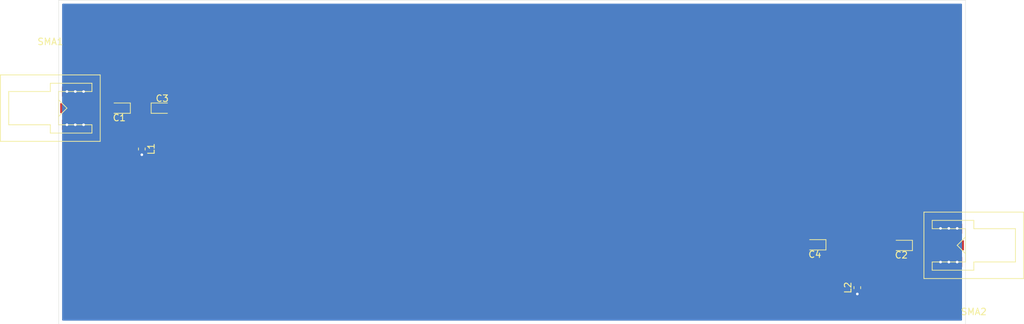
<source format=kicad_pcb>
(kicad_pcb (version 20171130) (host pcbnew 5.1.2-f72e74a~84~ubuntu18.04.1)

  (general
    (thickness 1.6)
    (drawings 5)
    (tracks 33)
    (zones 0)
    (modules 8)
    (nets 8)
  )

  (page A4)
  (layers
    (0 F.Cu signal)
    (31 B.Cu signal)
    (32 B.Adhes user)
    (33 F.Adhes user)
    (34 B.Paste user)
    (35 F.Paste user)
    (36 B.SilkS user)
    (37 F.SilkS user)
    (38 B.Mask user)
    (39 F.Mask user)
    (40 Dwgs.User user)
    (41 Cmts.User user)
    (42 Eco1.User user)
    (43 Eco2.User user)
    (44 Edge.Cuts user)
    (45 Margin user)
    (46 B.CrtYd user)
    (47 F.CrtYd user)
    (48 B.Fab user)
    (49 F.Fab user)
  )

  (setup
    (last_trace_width 0.25)
    (trace_clearance 0.2)
    (zone_clearance 0.508)
    (zone_45_only no)
    (trace_min 0.2)
    (via_size 0.8)
    (via_drill 0.4)
    (via_min_size 0.4)
    (via_min_drill 0.3)
    (uvia_size 0.3)
    (uvia_drill 0.1)
    (uvias_allowed no)
    (uvia_min_size 0.2)
    (uvia_min_drill 0.1)
    (edge_width 0.05)
    (segment_width 0.2)
    (pcb_text_width 0.3)
    (pcb_text_size 1.5 1.5)
    (mod_edge_width 0.12)
    (mod_text_size 1 1)
    (mod_text_width 0.15)
    (pad_size 1.524 1.524)
    (pad_drill 0.762)
    (pad_to_mask_clearance 0.051)
    (solder_mask_min_width 0.25)
    (aux_axis_origin 0 0)
    (visible_elements FFFFFF7F)
    (pcbplotparams
      (layerselection 0x010fc_ffffffff)
      (usegerberextensions false)
      (usegerberattributes false)
      (usegerberadvancedattributes false)
      (creategerberjobfile false)
      (excludeedgelayer true)
      (linewidth 0.100000)
      (plotframeref false)
      (viasonmask false)
      (mode 1)
      (useauxorigin false)
      (hpglpennumber 1)
      (hpglpenspeed 20)
      (hpglpendiameter 15.000000)
      (psnegative false)
      (psa4output false)
      (plotreference true)
      (plotvalue true)
      (plotinvisibletext false)
      (padsonsilk false)
      (subtractmaskfromsilk false)
      (outputformat 1)
      (mirror false)
      (drillshape 0)
      (scaleselection 1)
      (outputdirectory "RO4003_ger_drill_files/"))
  )

  (net 0 "")
  (net 1 GND)
  (net 2 "Net-(C1-Pad2)")
  (net 3 "Net-(C1-Pad1)")
  (net 4 "Net-(C2-Pad2)")
  (net 5 "Net-(C2-Pad1)")
  (net 6 "Net-(C3-Pad2)")
  (net 7 "Net-(C4-Pad2)")

  (net_class Default "This is the default net class."
    (clearance 0.2)
    (trace_width 0.25)
    (via_dia 0.8)
    (via_drill 0.4)
    (uvia_dia 0.3)
    (uvia_drill 0.1)
    (add_net GND)
    (add_net "Net-(C1-Pad1)")
    (add_net "Net-(C1-Pad2)")
    (add_net "Net-(C2-Pad1)")
    (add_net "Net-(C2-Pad2)")
    (add_net "Net-(C3-Pad2)")
    (add_net "Net-(C4-Pad2)")
  )

  (module Inductor_SMD:L_0603_1608Metric_Pad1.05x0.95mm_HandSolder (layer F.Cu) (tedit 5B301BBE) (tstamp 5DCC176C)
    (at 204.47 118.885 90)
    (descr "Capacitor SMD 0603 (1608 Metric), square (rectangular) end terminal, IPC_7351 nominal with elongated pad for handsoldering. (Body size source: http://www.tortai-tech.com/upload/download/2011102023233369053.pdf), generated with kicad-footprint-generator")
    (tags "inductor handsolder")
    (path /5DCC528C)
    (attr smd)
    (fp_text reference L2 (at 0 -1.43 90) (layer F.SilkS)
      (effects (font (size 1 1) (thickness 0.15)))
    )
    (fp_text value 5.1n (at 0 1.43 90) (layer F.Fab)
      (effects (font (size 1 1) (thickness 0.15)))
    )
    (fp_text user %R (at 0 0 90) (layer F.Fab)
      (effects (font (size 0.4 0.4) (thickness 0.06)))
    )
    (fp_line (start 1.65 0.73) (end -1.65 0.73) (layer F.CrtYd) (width 0.05))
    (fp_line (start 1.65 -0.73) (end 1.65 0.73) (layer F.CrtYd) (width 0.05))
    (fp_line (start -1.65 -0.73) (end 1.65 -0.73) (layer F.CrtYd) (width 0.05))
    (fp_line (start -1.65 0.73) (end -1.65 -0.73) (layer F.CrtYd) (width 0.05))
    (fp_line (start -0.171267 0.51) (end 0.171267 0.51) (layer F.SilkS) (width 0.12))
    (fp_line (start -0.171267 -0.51) (end 0.171267 -0.51) (layer F.SilkS) (width 0.12))
    (fp_line (start 0.8 0.4) (end -0.8 0.4) (layer F.Fab) (width 0.1))
    (fp_line (start 0.8 -0.4) (end 0.8 0.4) (layer F.Fab) (width 0.1))
    (fp_line (start -0.8 -0.4) (end 0.8 -0.4) (layer F.Fab) (width 0.1))
    (fp_line (start -0.8 0.4) (end -0.8 -0.4) (layer F.Fab) (width 0.1))
    (pad 2 smd roundrect (at 0.875 0 90) (size 1.05 0.95) (layers F.Cu F.Paste F.Mask) (roundrect_rratio 0.25)
      (net 4 "Net-(C2-Pad2)"))
    (pad 1 smd roundrect (at -0.875 0 90) (size 1.05 0.95) (layers F.Cu F.Paste F.Mask) (roundrect_rratio 0.25)
      (net 1 GND))
    (model ${KISYS3DMOD}/Inductor_SMD.3dshapes/L_0603_1608Metric.wrl
      (at (xyz 0 0 0))
      (scale (xyz 1 1 1))
      (rotate (xyz 0 0 0))
    )
  )

  (module Inductor_SMD:L_0603_1608Metric_Pad1.05x0.95mm_HandSolder (layer F.Cu) (tedit 5B301BBE) (tstamp 5DCC175B)
    (at 95.25 97.685 270)
    (descr "Capacitor SMD 0603 (1608 Metric), square (rectangular) end terminal, IPC_7351 nominal with elongated pad for handsoldering. (Body size source: http://www.tortai-tech.com/upload/download/2011102023233369053.pdf), generated with kicad-footprint-generator")
    (tags "inductor handsolder")
    (path /5DCC2D19)
    (attr smd)
    (fp_text reference L1 (at 0 -1.43 90) (layer F.SilkS)
      (effects (font (size 1 1) (thickness 0.15)))
    )
    (fp_text value 5.1n (at 0 1.43 90) (layer F.Fab)
      (effects (font (size 1 1) (thickness 0.15)))
    )
    (fp_text user %R (at 0 0 90) (layer F.Fab)
      (effects (font (size 0.4 0.4) (thickness 0.06)))
    )
    (fp_line (start 1.65 0.73) (end -1.65 0.73) (layer F.CrtYd) (width 0.05))
    (fp_line (start 1.65 -0.73) (end 1.65 0.73) (layer F.CrtYd) (width 0.05))
    (fp_line (start -1.65 -0.73) (end 1.65 -0.73) (layer F.CrtYd) (width 0.05))
    (fp_line (start -1.65 0.73) (end -1.65 -0.73) (layer F.CrtYd) (width 0.05))
    (fp_line (start -0.171267 0.51) (end 0.171267 0.51) (layer F.SilkS) (width 0.12))
    (fp_line (start -0.171267 -0.51) (end 0.171267 -0.51) (layer F.SilkS) (width 0.12))
    (fp_line (start 0.8 0.4) (end -0.8 0.4) (layer F.Fab) (width 0.1))
    (fp_line (start 0.8 -0.4) (end 0.8 0.4) (layer F.Fab) (width 0.1))
    (fp_line (start -0.8 -0.4) (end 0.8 -0.4) (layer F.Fab) (width 0.1))
    (fp_line (start -0.8 0.4) (end -0.8 -0.4) (layer F.Fab) (width 0.1))
    (pad 2 smd roundrect (at 0.875 0 270) (size 1.05 0.95) (layers F.Cu F.Paste F.Mask) (roundrect_rratio 0.25)
      (net 1 GND))
    (pad 1 smd roundrect (at -0.875 0 270) (size 1.05 0.95) (layers F.Cu F.Paste F.Mask) (roundrect_rratio 0.25)
      (net 3 "Net-(C1-Pad1)"))
    (model ${KISYS3DMOD}/Inductor_SMD.3dshapes/L_0603_1608Metric.wrl
      (at (xyz 0 0 0))
      (scale (xyz 1 1 1))
      (rotate (xyz 0 0 0))
    )
  )

  (module Capacitor_Tantalum_SMD:CP_EIA-1608-08_AVX-J_Pad1.25x1.05mm_HandSolder (layer F.Cu) (tedit 5B301BBE) (tstamp 5DCC174A)
    (at 197.99 112.33 180)
    (descr "Tantalum Capacitor SMD AVX-J (1608-08 Metric), IPC_7351 nominal, (Body size from: https://www.vishay.com/docs/48064/_t58_vmn_pt0471_1601.pdf), generated with kicad-footprint-generator")
    (tags "capacitor tantalum")
    (path /5DCC58F2)
    (attr smd)
    (fp_text reference C4 (at 0 -1.48) (layer F.SilkS)
      (effects (font (size 1 1) (thickness 0.15)))
    )
    (fp_text value 3.9p (at 0 1.48) (layer F.Fab)
      (effects (font (size 1 1) (thickness 0.15)))
    )
    (fp_text user %R (at 0 0) (layer F.Fab)
      (effects (font (size 0.4 0.4) (thickness 0.06)))
    )
    (fp_line (start 1.68 0.78) (end -1.68 0.78) (layer F.CrtYd) (width 0.05))
    (fp_line (start 1.68 -0.78) (end 1.68 0.78) (layer F.CrtYd) (width 0.05))
    (fp_line (start -1.68 -0.78) (end 1.68 -0.78) (layer F.CrtYd) (width 0.05))
    (fp_line (start -1.68 0.78) (end -1.68 -0.78) (layer F.CrtYd) (width 0.05))
    (fp_line (start -1.685 0.785) (end 0.8 0.785) (layer F.SilkS) (width 0.12))
    (fp_line (start -1.685 -0.785) (end -1.685 0.785) (layer F.SilkS) (width 0.12))
    (fp_line (start 0.8 -0.785) (end -1.685 -0.785) (layer F.SilkS) (width 0.12))
    (fp_line (start 0.8 0.425) (end 0.8 -0.425) (layer F.Fab) (width 0.1))
    (fp_line (start -0.8 0.425) (end 0.8 0.425) (layer F.Fab) (width 0.1))
    (fp_line (start -0.8 -0.125) (end -0.8 0.425) (layer F.Fab) (width 0.1))
    (fp_line (start -0.5 -0.425) (end -0.8 -0.125) (layer F.Fab) (width 0.1))
    (fp_line (start 0.8 -0.425) (end -0.5 -0.425) (layer F.Fab) (width 0.1))
    (pad 2 smd roundrect (at 0.8 0 180) (size 1.25 1.05) (layers F.Cu F.Paste F.Mask) (roundrect_rratio 0.238095)
      (net 7 "Net-(C4-Pad2)"))
    (pad 1 smd roundrect (at -0.8 0 180) (size 1.25 1.05) (layers F.Cu F.Paste F.Mask) (roundrect_rratio 0.238095)
      (net 4 "Net-(C2-Pad2)"))
    (model ${KISYS3DMOD}/Capacitor_Tantalum_SMD.3dshapes/CP_EIA-1608-08_AVX-J.wrl
      (at (xyz 0 0 0))
      (scale (xyz 1 1 1))
      (rotate (xyz 0 0 0))
    )
  )

  (module Capacitor_Tantalum_SMD:CP_EIA-1608-08_AVX-J_Pad1.25x1.05mm_HandSolder (layer F.Cu) (tedit 5B301BBE) (tstamp 5DCC1737)
    (at 98.36 91.44)
    (descr "Tantalum Capacitor SMD AVX-J (1608-08 Metric), IPC_7351 nominal, (Body size from: https://www.vishay.com/docs/48064/_t58_vmn_pt0471_1601.pdf), generated with kicad-footprint-generator")
    (tags "capacitor tantalum")
    (path /5DCC3077)
    (attr smd)
    (fp_text reference C3 (at 0 -1.48) (layer F.SilkS)
      (effects (font (size 1 1) (thickness 0.15)))
    )
    (fp_text value 3.9p (at 0 1.48) (layer F.Fab)
      (effects (font (size 1 1) (thickness 0.15)))
    )
    (fp_text user %R (at 0 0) (layer F.Fab)
      (effects (font (size 0.4 0.4) (thickness 0.06)))
    )
    (fp_line (start 1.68 0.78) (end -1.68 0.78) (layer F.CrtYd) (width 0.05))
    (fp_line (start 1.68 -0.78) (end 1.68 0.78) (layer F.CrtYd) (width 0.05))
    (fp_line (start -1.68 -0.78) (end 1.68 -0.78) (layer F.CrtYd) (width 0.05))
    (fp_line (start -1.68 0.78) (end -1.68 -0.78) (layer F.CrtYd) (width 0.05))
    (fp_line (start -1.685 0.785) (end 0.8 0.785) (layer F.SilkS) (width 0.12))
    (fp_line (start -1.685 -0.785) (end -1.685 0.785) (layer F.SilkS) (width 0.12))
    (fp_line (start 0.8 -0.785) (end -1.685 -0.785) (layer F.SilkS) (width 0.12))
    (fp_line (start 0.8 0.425) (end 0.8 -0.425) (layer F.Fab) (width 0.1))
    (fp_line (start -0.8 0.425) (end 0.8 0.425) (layer F.Fab) (width 0.1))
    (fp_line (start -0.8 -0.125) (end -0.8 0.425) (layer F.Fab) (width 0.1))
    (fp_line (start -0.5 -0.425) (end -0.8 -0.125) (layer F.Fab) (width 0.1))
    (fp_line (start 0.8 -0.425) (end -0.5 -0.425) (layer F.Fab) (width 0.1))
    (pad 2 smd roundrect (at 0.8 0) (size 1.25 1.05) (layers F.Cu F.Paste F.Mask) (roundrect_rratio 0.238095)
      (net 6 "Net-(C3-Pad2)"))
    (pad 1 smd roundrect (at -0.8 0) (size 1.25 1.05) (layers F.Cu F.Paste F.Mask) (roundrect_rratio 0.238095)
      (net 3 "Net-(C1-Pad1)"))
    (model ${KISYS3DMOD}/Capacitor_Tantalum_SMD.3dshapes/CP_EIA-1608-08_AVX-J.wrl
      (at (xyz 0 0 0))
      (scale (xyz 1 1 1))
      (rotate (xyz 0 0 0))
    )
  )

  (module Capacitor_Tantalum_SMD:CP_EIA-1608-08_AVX-J_Pad1.25x1.05mm_HandSolder (layer F.Cu) (tedit 5B301BBE) (tstamp 5DCC1724)
    (at 211.19 112.43 180)
    (descr "Tantalum Capacitor SMD AVX-J (1608-08 Metric), IPC_7351 nominal, (Body size from: https://www.vishay.com/docs/48064/_t58_vmn_pt0471_1601.pdf), generated with kicad-footprint-generator")
    (tags "capacitor tantalum")
    (path /5DCC4E19)
    (attr smd)
    (fp_text reference C2 (at 0 -1.48) (layer F.SilkS)
      (effects (font (size 1 1) (thickness 0.15)))
    )
    (fp_text value 10n (at 0 1.48) (layer F.Fab)
      (effects (font (size 1 1) (thickness 0.15)))
    )
    (fp_text user %R (at 0 0) (layer F.Fab)
      (effects (font (size 0.4 0.4) (thickness 0.06)))
    )
    (fp_line (start 1.68 0.78) (end -1.68 0.78) (layer F.CrtYd) (width 0.05))
    (fp_line (start 1.68 -0.78) (end 1.68 0.78) (layer F.CrtYd) (width 0.05))
    (fp_line (start -1.68 -0.78) (end 1.68 -0.78) (layer F.CrtYd) (width 0.05))
    (fp_line (start -1.68 0.78) (end -1.68 -0.78) (layer F.CrtYd) (width 0.05))
    (fp_line (start -1.685 0.785) (end 0.8 0.785) (layer F.SilkS) (width 0.12))
    (fp_line (start -1.685 -0.785) (end -1.685 0.785) (layer F.SilkS) (width 0.12))
    (fp_line (start 0.8 -0.785) (end -1.685 -0.785) (layer F.SilkS) (width 0.12))
    (fp_line (start 0.8 0.425) (end 0.8 -0.425) (layer F.Fab) (width 0.1))
    (fp_line (start -0.8 0.425) (end 0.8 0.425) (layer F.Fab) (width 0.1))
    (fp_line (start -0.8 -0.125) (end -0.8 0.425) (layer F.Fab) (width 0.1))
    (fp_line (start -0.5 -0.425) (end -0.8 -0.125) (layer F.Fab) (width 0.1))
    (fp_line (start 0.8 -0.425) (end -0.5 -0.425) (layer F.Fab) (width 0.1))
    (pad 2 smd roundrect (at 0.8 0 180) (size 1.25 1.05) (layers F.Cu F.Paste F.Mask) (roundrect_rratio 0.238095)
      (net 4 "Net-(C2-Pad2)"))
    (pad 1 smd roundrect (at -0.8 0 180) (size 1.25 1.05) (layers F.Cu F.Paste F.Mask) (roundrect_rratio 0.238095)
      (net 5 "Net-(C2-Pad1)"))
    (model ${KISYS3DMOD}/Capacitor_Tantalum_SMD.3dshapes/CP_EIA-1608-08_AVX-J.wrl
      (at (xyz 0 0 0))
      (scale (xyz 1 1 1))
      (rotate (xyz 0 0 0))
    )
  )

  (module Capacitor_Tantalum_SMD:CP_EIA-1608-08_AVX-J_Pad1.25x1.05mm_HandSolder (layer F.Cu) (tedit 5B301BBE) (tstamp 5DCC1711)
    (at 91.81 91.44 180)
    (descr "Tantalum Capacitor SMD AVX-J (1608-08 Metric), IPC_7351 nominal, (Body size from: https://www.vishay.com/docs/48064/_t58_vmn_pt0471_1601.pdf), generated with kicad-footprint-generator")
    (tags "capacitor tantalum")
    (path /5DCC26D1)
    (attr smd)
    (fp_text reference C1 (at 0 -1.48) (layer F.SilkS)
      (effects (font (size 1 1) (thickness 0.15)))
    )
    (fp_text value 10n (at 0 1.48) (layer F.Fab)
      (effects (font (size 1 1) (thickness 0.15)))
    )
    (fp_text user %R (at 0 0) (layer F.Fab)
      (effects (font (size 0.4 0.4) (thickness 0.06)))
    )
    (fp_line (start 1.68 0.78) (end -1.68 0.78) (layer F.CrtYd) (width 0.05))
    (fp_line (start 1.68 -0.78) (end 1.68 0.78) (layer F.CrtYd) (width 0.05))
    (fp_line (start -1.68 -0.78) (end 1.68 -0.78) (layer F.CrtYd) (width 0.05))
    (fp_line (start -1.68 0.78) (end -1.68 -0.78) (layer F.CrtYd) (width 0.05))
    (fp_line (start -1.685 0.785) (end 0.8 0.785) (layer F.SilkS) (width 0.12))
    (fp_line (start -1.685 -0.785) (end -1.685 0.785) (layer F.SilkS) (width 0.12))
    (fp_line (start 0.8 -0.785) (end -1.685 -0.785) (layer F.SilkS) (width 0.12))
    (fp_line (start 0.8 0.425) (end 0.8 -0.425) (layer F.Fab) (width 0.1))
    (fp_line (start -0.8 0.425) (end 0.8 0.425) (layer F.Fab) (width 0.1))
    (fp_line (start -0.8 -0.125) (end -0.8 0.425) (layer F.Fab) (width 0.1))
    (fp_line (start -0.5 -0.425) (end -0.8 -0.125) (layer F.Fab) (width 0.1))
    (fp_line (start 0.8 -0.425) (end -0.5 -0.425) (layer F.Fab) (width 0.1))
    (pad 2 smd roundrect (at 0.8 0 180) (size 1.25 1.05) (layers F.Cu F.Paste F.Mask) (roundrect_rratio 0.238095)
      (net 2 "Net-(C1-Pad2)"))
    (pad 1 smd roundrect (at -0.8 0 180) (size 1.25 1.05) (layers F.Cu F.Paste F.Mask) (roundrect_rratio 0.238095)
      (net 3 "Net-(C1-Pad1)"))
    (model ${KISYS3DMOD}/Capacitor_Tantalum_SMD.3dshapes/CP_EIA-1608-08_AVX-J.wrl
      (at (xyz 0 0 0))
      (scale (xyz 1 1 1))
      (rotate (xyz 0 0 0))
    )
  )

  (module sma_custom:CONSMA003.062-G (layer F.Cu) (tedit 5D1F15C9) (tstamp 5DCBEB0F)
    (at 222.25 114.95)
    (path /5DCBEB5D)
    (fp_text reference SMA2 (at 0 7.62) (layer F.SilkS)
      (effects (font (size 1 1) (thickness 0.15)))
    )
    (fp_text value sma_connector (at 0 5.08) (layer F.Fab)
      (effects (font (size 1 1) (thickness 0.15)))
    )
    (fp_line (start -1.27 -1.27) (end -2.54 -2.54) (layer F.SilkS) (width 0.12))
    (fp_line (start -1.27 -3.81) (end -2.54 -2.54) (layer F.SilkS) (width 0.12))
    (fp_line (start -7.62 2.54) (end 7.62 2.54) (layer F.SilkS) (width 0.12))
    (fp_line (start 7.62 -7.62) (end -7.62 -7.62) (layer F.SilkS) (width 0.12))
    (fp_line (start -6.35 0) (end -6.35 1.27) (layer F.SilkS) (width 0.12))
    (fp_line (start -1.27 0) (end -6.35 0) (layer F.SilkS) (width 0.12))
    (fp_line (start -1.27 -5.08) (end -1.27 0) (layer F.SilkS) (width 0.12))
    (fp_line (start -6.35 -5.08) (end -1.27 -5.08) (layer F.SilkS) (width 0.12))
    (fp_line (start -6.35 -6.35) (end -6.35 -5.08) (layer F.SilkS) (width 0.12))
    (fp_line (start 6.35 -5.08) (end 6.35 0) (layer F.SilkS) (width 0.12))
    (fp_line (start 0 -5.08) (end 6.35 -5.08) (layer F.SilkS) (width 0.12))
    (fp_line (start 0 -6.35) (end 0 -5.08) (layer F.SilkS) (width 0.12))
    (fp_line (start 0 0) (end 6.35 0) (layer F.SilkS) (width 0.12))
    (fp_line (start 0 1.27) (end 0 0) (layer F.SilkS) (width 0.12))
    (fp_line (start 7.62 2.54) (end 7.62 -7.62) (layer F.SilkS) (width 0.12))
    (fp_line (start -7.62 -7.62) (end -7.62 2.54) (layer F.SilkS) (width 0.12))
    (fp_line (start 0 1.27) (end -6.35 1.27) (layer F.SilkS) (width 0.12))
    (fp_line (start -6.35 -6.35) (end 0 -6.35) (layer F.SilkS) (width 0.12))
    (pad 3 smd rect (at -3.81 0) (size 4.06 1.52) (layers F.Cu F.Paste F.Mask)
      (net 1 GND))
    (pad 2 smd rect (at -3.81 -5.08) (size 4.06 1.52) (layers F.Cu F.Paste F.Mask)
      (net 1 GND))
    (pad 1 smd rect (at -3.81 -2.54) (size 4.6 1.52) (layers F.Cu F.Paste F.Mask)
      (net 5 "Net-(C2-Pad1)"))
  )

  (module sma_custom:CONSMA003.062-G (layer F.Cu) (tedit 5D1F15C9) (tstamp 5DCBEAF6)
    (at 81.28 88.9 180)
    (path /5DCBE70C)
    (fp_text reference SMA1 (at 0 7.62) (layer F.SilkS)
      (effects (font (size 1 1) (thickness 0.15)))
    )
    (fp_text value sma_connector (at 0 5.08) (layer F.Fab)
      (effects (font (size 1 1) (thickness 0.15)))
    )
    (fp_line (start -1.27 -1.27) (end -2.54 -2.54) (layer F.SilkS) (width 0.12))
    (fp_line (start -1.27 -3.81) (end -2.54 -2.54) (layer F.SilkS) (width 0.12))
    (fp_line (start -7.62 2.54) (end 7.62 2.54) (layer F.SilkS) (width 0.12))
    (fp_line (start 7.62 -7.62) (end -7.62 -7.62) (layer F.SilkS) (width 0.12))
    (fp_line (start -6.35 0) (end -6.35 1.27) (layer F.SilkS) (width 0.12))
    (fp_line (start -1.27 0) (end -6.35 0) (layer F.SilkS) (width 0.12))
    (fp_line (start -1.27 -5.08) (end -1.27 0) (layer F.SilkS) (width 0.12))
    (fp_line (start -6.35 -5.08) (end -1.27 -5.08) (layer F.SilkS) (width 0.12))
    (fp_line (start -6.35 -6.35) (end -6.35 -5.08) (layer F.SilkS) (width 0.12))
    (fp_line (start 6.35 -5.08) (end 6.35 0) (layer F.SilkS) (width 0.12))
    (fp_line (start 0 -5.08) (end 6.35 -5.08) (layer F.SilkS) (width 0.12))
    (fp_line (start 0 -6.35) (end 0 -5.08) (layer F.SilkS) (width 0.12))
    (fp_line (start 0 0) (end 6.35 0) (layer F.SilkS) (width 0.12))
    (fp_line (start 0 1.27) (end 0 0) (layer F.SilkS) (width 0.12))
    (fp_line (start 7.62 2.54) (end 7.62 -7.62) (layer F.SilkS) (width 0.12))
    (fp_line (start -7.62 -7.62) (end -7.62 2.54) (layer F.SilkS) (width 0.12))
    (fp_line (start 0 1.27) (end -6.35 1.27) (layer F.SilkS) (width 0.12))
    (fp_line (start -6.35 -6.35) (end 0 -6.35) (layer F.SilkS) (width 0.12))
    (pad 3 smd rect (at -3.81 0 180) (size 4.06 1.52) (layers F.Cu F.Paste F.Mask)
      (net 1 GND))
    (pad 2 smd rect (at -3.81 -5.08 180) (size 4.06 1.52) (layers F.Cu F.Paste F.Mask)
      (net 1 GND))
    (pad 1 smd rect (at -3.81 -2.54 180) (size 4.6 1.52) (layers F.Cu F.Paste F.Mask)
      (net 2 "Net-(C1-Pad2)"))
  )

  (gr_line (start 220.98 74.93) (end 220.98 105.41) (layer Edge.Cuts) (width 0.05) (tstamp 5DCC254E))
  (gr_line (start 82.55 74.93) (end 220.98 74.93) (layer Edge.Cuts) (width 0.05))
  (gr_line (start 82.55 124.46) (end 82.55 74.93) (layer Edge.Cuts) (width 0.05))
  (gr_line (start 220.98 124.46) (end 82.55 124.46) (layer Edge.Cuts) (width 0.05))
  (gr_line (start 220.98 105.41) (end 220.98 124.46) (layer Edge.Cuts) (width 0.05))

  (segment (start 100.03 95.18) (end 123.79 95.18) (width 3.1) (layer F.Cu) (net 0))
  (segment (start 124.46 95.18) (end 147.87 95.18) (width 3.416) (layer F.Cu) (net 0))
  (segment (start 124.46 101.89) (end 147.87 101.89) (width 3.416) (layer F.Cu) (net 0))
  (segment (start 148.21 101.89) (end 171.62 101.89) (width 3.416) (layer F.Cu) (net 0))
  (segment (start 148.21 108.6) (end 171.62 108.6) (width 3.416) (layer F.Cu) (net 0))
  (segment (start 172.54 108.6) (end 196.3 108.6) (width 3.1) (layer F.Cu) (net 0))
  (via (at 219.71 114.97) (size 0.8) (drill 0.4) (layers F.Cu B.Cu) (net 1))
  (via (at 218.44 114.97) (size 0.8) (drill 0.4) (layers F.Cu B.Cu) (net 1))
  (via (at 217.17 114.97) (size 0.8) (drill 0.4) (layers F.Cu B.Cu) (net 1))
  (via (at 219.71 109.82) (size 0.8) (drill 0.4) (layers F.Cu B.Cu) (net 1))
  (via (at 218.44 109.82) (size 0.8) (drill 0.4) (layers F.Cu B.Cu) (net 1))
  (via (at 217.17 109.82) (size 0.8) (drill 0.4) (layers F.Cu B.Cu) (net 1))
  (via (at 95.25 98.56) (size 0.8) (drill 0.4) (layers F.Cu B.Cu) (net 1))
  (via (at 86.36 93.98) (size 0.8) (drill 0.4) (layers F.Cu B.Cu) (net 1))
  (via (at 85.09 93.98) (size 0.8) (drill 0.4) (layers F.Cu B.Cu) (net 1))
  (via (at 83.82 93.98) (size 0.8) (drill 0.4) (layers F.Cu B.Cu) (net 1))
  (via (at 86.36 88.9) (size 0.8) (drill 0.4) (layers F.Cu B.Cu) (net 1))
  (via (at 85.09 88.9) (size 0.8) (drill 0.4) (layers F.Cu B.Cu) (net 1))
  (via (at 83.82 88.9) (size 0.8) (drill 0.4) (layers F.Cu B.Cu) (net 1))
  (via (at 204.47 119.85) (size 0.8) (drill 0.4) (layers F.Cu B.Cu) (net 1))
  (segment (start 84.9 91.44) (end 90.17 91.44) (width 2.9) (layer F.Cu) (net 2))
  (segment (start 95.25 96.04) (end 95.25 92.71) (width 2.9) (layer F.Cu) (net 3))
  (segment (start 95.25 92.71) (end 93.98 91.44) (width 0.25) (layer F.Cu) (net 3))
  (segment (start 93.38 91.44) (end 93.98 91.44) (width 2.9) (layer F.Cu) (net 3))
  (segment (start 93.98 91.44) (end 96.8 91.44) (width 2.9) (layer F.Cu) (net 3))
  (segment (start 199.57 112.33) (end 203.77 112.33) (width 2.9) (layer F.Cu) (net 4))
  (segment (start 204.47 113.03) (end 203.77 112.33) (width 0.25) (layer F.Cu) (net 4))
  (segment (start 204.47 117.235) (end 204.47 113.03) (width 2.9) (layer F.Cu) (net 4))
  (segment (start 203.77 112.33) (end 209.55 112.33) (width 2.9) (layer F.Cu) (net 4))
  (segment (start 218.42 112.43) (end 218.44 112.41) (width 0.25) (layer F.Cu) (net 5))
  (segment (start 212.69 112.43) (end 219.12 112.43) (width 2.9) (layer F.Cu) (net 5))
  (segment (start 100.03 91.44) (end 123.79 91.44) (width 3.1) (layer F.Cu) (net 6))
  (segment (start 172.54 112.3403) (end 196.3 112.3403) (width 3.1) (layer F.Cu) (net 7))

  (zone (net 1) (net_name GND) (layer B.Cu) (tstamp 5DCC211D) (hatch edge 0.508)
    (connect_pads (clearance 0.508))
    (min_thickness 0.254)
    (fill yes (arc_segments 32) (thermal_gap 0.508) (thermal_bridge_width 0.508))
    (polygon
      (pts
        (xy 82.55 74.93) (xy 220.98 74.93) (xy 220.98 124.46) (xy 82.55 124.46)
      )
    )
    (filled_polygon
      (pts
        (xy 220.320001 105.377572) (xy 220.32 105.377582) (xy 220.320001 123.8) (xy 83.21 123.8) (xy 83.21 75.59)
        (xy 220.32 75.59)
      )
    )
  )
)

</source>
